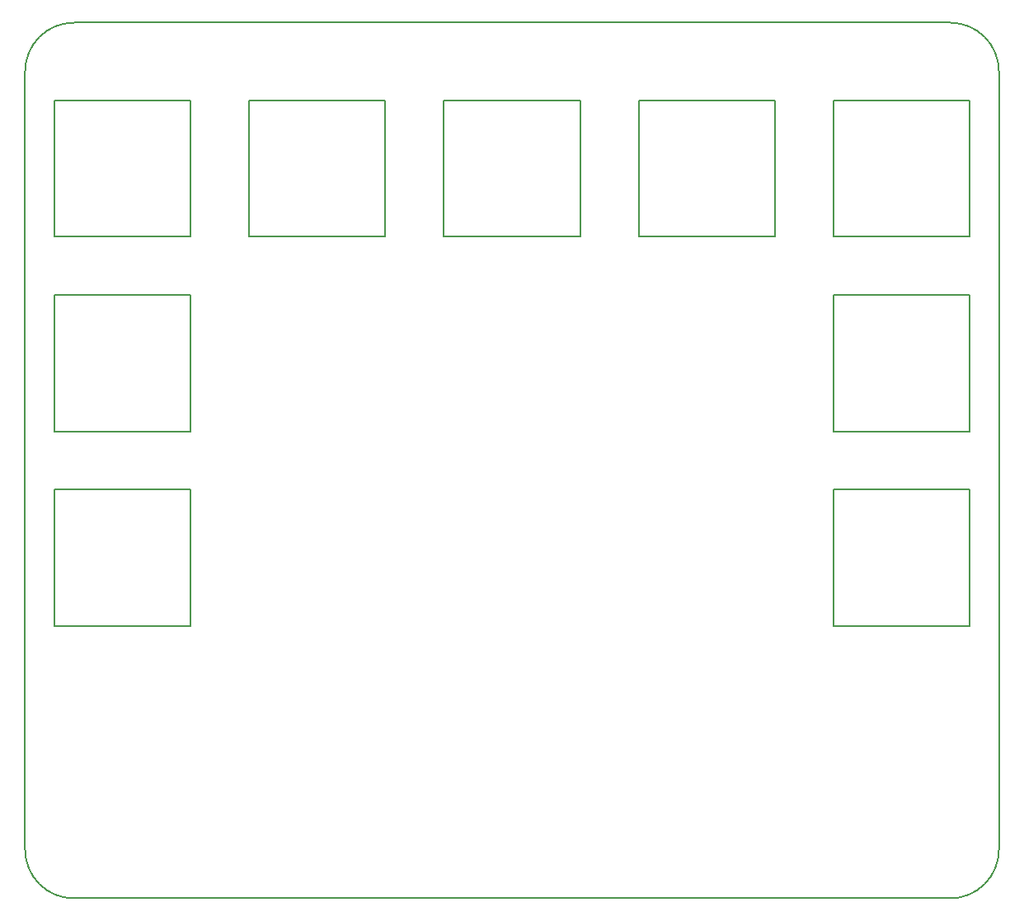
<source format=gbr>
G04 #@! TF.GenerationSoftware,KiCad,Pcbnew,(5.1.9)-1*
G04 #@! TF.CreationDate,2021-02-07T10:50:13-06:00*
G04 #@! TF.ProjectId,4x4_CNC_encoder_plate,3478345f-434e-4435-9f65-6e636f646572,rev?*
G04 #@! TF.SameCoordinates,Original*
G04 #@! TF.FileFunction,Profile,NP*
%FSLAX46Y46*%
G04 Gerber Fmt 4.6, Leading zero omitted, Abs format (unit mm)*
G04 Created by KiCad (PCBNEW (5.1.9)-1) date 2021-02-07 10:50:13*
%MOMM*%
%LPD*%
G01*
G04 APERTURE LIST*
G04 #@! TA.AperFunction,Profile*
%ADD10C,0.150000*%
G04 #@! TD*
G04 APERTURE END LIST*
D10*
X133000000Y-122000000D02*
X133000000Y-108000000D01*
X147000000Y-122000000D02*
X133000000Y-122000000D01*
X147000000Y-108000000D02*
X147000000Y-122000000D01*
X133000000Y-108000000D02*
X147000000Y-108000000D01*
X133000000Y-88000000D02*
X133000000Y-102000000D01*
X147000000Y-88000000D02*
X133000000Y-88000000D01*
X147000000Y-102000000D02*
X147000000Y-88000000D01*
X133000000Y-102000000D02*
X147000000Y-102000000D01*
X147000000Y-68000000D02*
X133000000Y-68000000D01*
X147000000Y-82000000D02*
X147000000Y-68000000D01*
X133000000Y-82000000D02*
X147000000Y-82000000D01*
X133000000Y-68000000D02*
X133000000Y-82000000D01*
X113000000Y-68000000D02*
X113000000Y-82000000D01*
X127000000Y-68000000D02*
X113000000Y-68000000D01*
X127000000Y-82000000D02*
X127000000Y-68000000D01*
X113000000Y-82000000D02*
X127000000Y-82000000D01*
X107000000Y-82000000D02*
X93000000Y-82000000D01*
X107000000Y-68000000D02*
X107000000Y-82000000D01*
X93000000Y-68000000D02*
X107000000Y-68000000D01*
X93000000Y-82000000D02*
X93000000Y-68000000D01*
X73000000Y-68000000D02*
X73000000Y-82000000D01*
X87000000Y-68000000D02*
X73000000Y-68000000D01*
X87000000Y-82000000D02*
X87000000Y-68000000D01*
X73000000Y-82000000D02*
X87000000Y-82000000D01*
X53000000Y-68000000D02*
X53000000Y-82000000D01*
X67000000Y-68000000D02*
X53000000Y-68000000D01*
X67000000Y-82000000D02*
X67000000Y-68000000D01*
X53000000Y-82000000D02*
X67000000Y-82000000D01*
X53000000Y-88000000D02*
X53000000Y-102000000D01*
X67000000Y-88000000D02*
X53000000Y-88000000D01*
X67000000Y-102000000D02*
X67000000Y-88000000D01*
X53000000Y-102000000D02*
X67000000Y-102000000D01*
X53000000Y-108000000D02*
X53000000Y-122000000D01*
X67000000Y-108000000D02*
X53000000Y-108000000D01*
X67000000Y-122000000D02*
X67000000Y-108000000D01*
X53000000Y-122000000D02*
X67000000Y-122000000D01*
X150000000Y-145000000D02*
G75*
G02*
X145000000Y-150000000I-5000000J0D01*
G01*
X50000000Y-65000000D02*
G75*
G02*
X55000000Y-60000000I5000000J0D01*
G01*
X145000000Y-60000000D02*
G75*
G02*
X150000000Y-65000000I0J-5000000D01*
G01*
X55000000Y-150000000D02*
G75*
G02*
X50000000Y-145000000I0J5000000D01*
G01*
X55000000Y-60000000D02*
X145000000Y-60000000D01*
X150000000Y-145000000D02*
X150000000Y-65000000D01*
X55000000Y-150000000D02*
X145000000Y-150000000D01*
X50000000Y-65000000D02*
X50000000Y-145000000D01*
M02*

</source>
